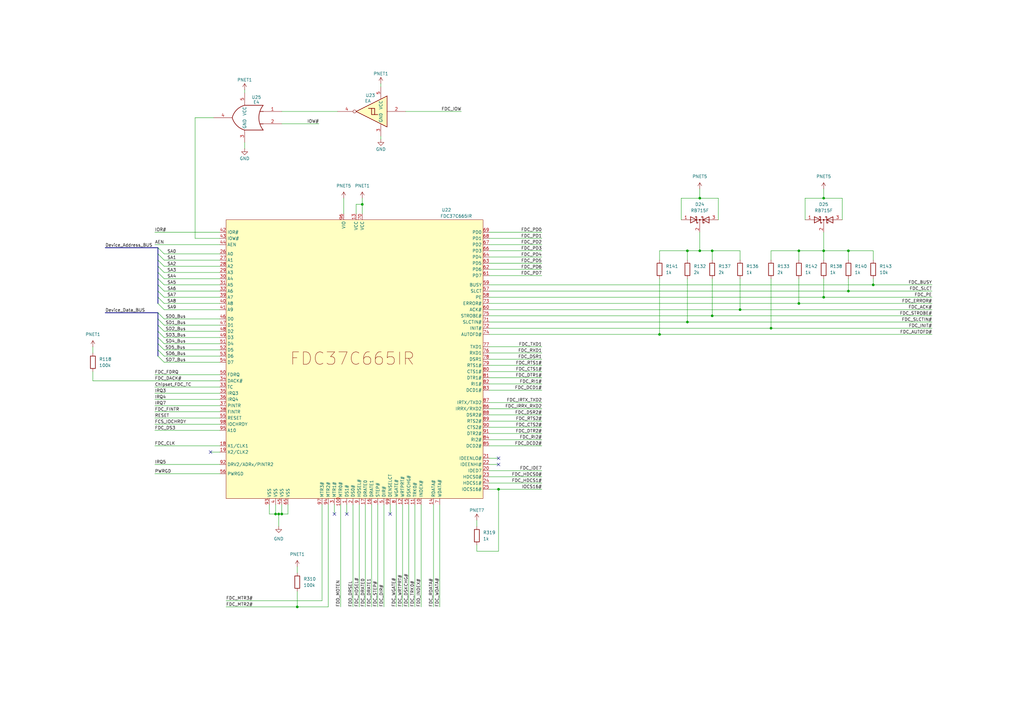
<source format=kicad_sch>
(kicad_sch (version 20250114) (generator "eeschema") (generator_version "9.0")
  (paper "A3")
  (title_block (title "PC110") (company "Recreated by: Ahmad Byagowi"))
  (lib_symbols
    (symbol "74xGxx:74AHC1G14"
      (property "Reference" "U" (at 0 3.81 0))
      (property "Value" "74AHC1G14" (at 0 -3.81 0))
      (symbol "74AHC1G14_0_1"
        (polyline (pts (xy -7.62 6.35) (xy -7.62 -6.35) (xy 5.08 0) (xy -7.62 6.35)) (stroke (width 0.254)) (fill (type background)))
      )
      (symbol "74AHC1G14_1_1"
        (polyline (pts (xy -3.81 -1.27) (xy -1.27 -1.27) (xy -1.27 1.27)) (stroke (width 0.254)))
        (polyline (pts (xy -2.54 -1.27) (xy -2.54 1.27) (xy 0 1.27)) (stroke (width 0.254)))
        (pin input line (at -15.24 0 0) (length 7.62) (name "~") (number "2"))
        (pin no_connect line (at -7.62 5.08 180) (length 5.08) (hide yes) (name "NC") (number "1"))
        (pin power_in line (at -5.08 10.16 270) (length 5.08) (name "VCC") (number "5"))
        (pin power_in line (at -5.08 -10.16 90) (length 5.08) (name "GND") (number "3"))
        (pin output inverted (at 12.7 0 180) (length 7.62) (name "~") (number "4"))
      )
    )
    (symbol "74xGxx:74AHC1G32"
      (property "Reference" "U" (at -2.54 3.81 0))
      (property "Value" "74AHC1G32" (at 0 -3.81 0))
      (symbol "74AHC1G32_0_1"
        (arc (start -7.62 5.08) (mid -5.838 0) (end -7.62 -5.08) (stroke (width 0.254)))
        (polyline (pts (xy -7.62 2.54) (xy -6.35 2.54)) (stroke (width 0.254)) (fill (type background)))
        (polyline (pts (xy -7.62 -2.54) (xy -6.35 -2.54)) (stroke (width 0.254)) (fill (type background)))
        (arc (start 5.08 0) (mid 3.202 -3.202) (end 0 -5.08) (stroke (width 0.254)))
        (arc (start 0 5.08) (mid 3.2271 3.2271) (end 5.08 0) (stroke (width 0.254)))
        (polyline (pts (xy 0 5.08) (xy -7.62 5.08)) (stroke (width 0.254)) (fill (type background)))
        (polyline (pts (xy 0 -5.08) (xy -7.62 -5.08)) (stroke (width 0.254)) (fill (type background)))
      )
      (symbol "74AHC1G32_1_1"
        (pin input line (at -15.24 2.54 0) (length 7.62) (name "~") (number "1"))
        (pin input line (at -15.24 -2.54 0) (length 7.62) (name "~") (number "2"))
        (pin power_in line (at 0 10.16 270) (length 5.08) (name "VCC") (number "5"))
        (pin power_in line (at 0 -10.16 90) (length 5.08) (name "GND") (number "3"))
        (pin output line (at 12.7 0 180) (length 7.62) (name "~") (number "4"))
      )
    )
    (symbol "Device:D_Schottky_Dual_CommonCathode_AKA" (pin_names (offset 0.762) (hide yes))
      (property "Reference" "D" (at 1.27 -2.54 0))
      (property "Value" "D_Schottky_Dual_CommonCathode_AKA" (at 0 2.54 0))
      (symbol "D_Schottky_Dual_CommonCathode_AKA_0_1"
        (polyline (pts (xy -3.81 1.27) (xy -1.27 0) (xy -3.81 -1.27) (xy -3.81 1.27) (xy -3.81 1.27) (xy -3.81 1.27)) (stroke (width 0.254)))
        (polyline (pts (xy -1.778 1.016) (xy -1.778 1.27) (xy -1.27 1.27) (xy -1.27 1.27) (xy -1.27 1.27)) (stroke (width 0.254)))
        (polyline (pts (xy -1.27 -1.27) (xy -1.27 1.27) (xy -1.27 1.27)) (stroke (width 0.254)))
        (polyline (pts (xy -1.27 -1.27) (xy -0.762 -1.27) (xy -0.762 -1.016) (xy -0.762 -1.016)) (stroke (width 0.254)))
        (polyline (pts (xy 0 0) (xy 0 -2.54)))
        (circle (center 0 0) (radius 0.254) (fill (type outline)))
        (polyline (pts (xy 1.27 1.27) (xy 0.762 1.27) (xy 0.762 1.016) (xy 0.762 1.016)) (stroke (width 0.254)))
        (polyline (pts (xy 1.27 -1.27) (xy 1.27 1.27) (xy 1.27 1.27)) (stroke (width 0.254)))
        (polyline (pts (xy 1.27 -1.27) (xy 1.778 -1.27) (xy 1.778 -1.016) (xy 1.778 -1.016)) (stroke (width 0.254)))
        (polyline (pts (xy 3.81 0) (xy -3.81 0)))
        (polyline (pts (xy 3.81 -1.27) (xy 1.27 0) (xy 3.81 1.27) (xy 3.81 -1.27) (xy 3.81 -1.27) (xy 3.81 -1.27)) (stroke (width 0.254)))
        (pin passive line (at -7.62 0 0) (length 3.81) (name "A") (number "1"))
        (pin passive line (at 0 -5.08 90) (length 2.54) (name "K") (number "2"))
        (pin passive line (at 7.62 0 180) (length 3.81) (name "A") (number "3"))
      )
    )
    (symbol "Device:R" (pin_numbers (hide yes)) (pin_names (offset 0))
      (property "Reference" "R" (at 2.032 0 90))
      (property "Value" "R" (at 0 0 90))
      (symbol "R_0_1"
        (rectangle (start -1.016 -2.54) (end 1.016 2.54) (stroke (width 0.254)))
      )
      (symbol "R_1_1"
        (pin passive line (at 0 3.81 270) (length 1.27) (name "~") (number "1"))
        (pin passive line (at 0 -3.81 90) (length 1.27) (name "~") (number "2"))
      )
    )
    (symbol "PC110:FDC37C665IR"
      (property "Reference" "U" (at 10.414 -54.864 0))
      (symbol "FDC37C665IR_1_1"
        (rectangle (start -52.07 57.15) (end 53.34 -57.15) (fill (type color) (color 255 255 194 1)))
        (text "FDC37C665IR" (at -0.254 0.254 0) (effects (font (size 5.08 5.08))))
        (pin input line (at -54.61 52.07 0) (length 2.54) (name "IOR#") (number "42"))
        (pin input line (at -54.61 49.53 0) (length 2.54) (name "IOW#") (number "43"))
        (pin input line (at -54.61 46.99 0) (length 2.54) (name "AEN") (number "44"))
        (pin input line (at -54.61 43.18 0) (length 2.54) (name "A0") (number "26"))
        (pin input line (at -54.61 40.64 0) (length 2.54) (name "A1") (number "27"))
        (pin input line (at -54.61 38.1 0) (length 2.54) (name "A2") (number "28"))
        (pin input line (at -54.61 35.56 0) (length 2.54) (name "A3") (number "29"))
        (pin input line (at -54.61 33.02 0) (length 2.54) (name "A4") (number "30"))
        (pin input line (at -54.61 30.48 0) (length 2.54) (name "A5") (number "31"))
        (pin input line (at -54.61 27.94 0) (length 2.54) (name "A6") (number "32"))
        (pin input line (at -54.61 25.4 0) (length 2.54) (name "A7") (number "39"))
        (pin input line (at -54.61 22.86 0) (length 2.54) (name "A8") (number "40"))
        (pin input line (at -54.61 20.32 0) (length 2.54) (name "A9") (number "41"))
        (pin bidirectional line (at -54.61 16.51 0) (length 2.54) (name "D0") (number "46"))
        (pin bidirectional line (at -54.61 13.97 0) (length 2.54) (name "D1") (number "47"))
        (pin bidirectional line (at -54.61 11.43 0) (length 2.54) (name "D2") (number "48"))
        (pin bidirectional line (at -54.61 8.89 0) (length 2.54) (name "D3") (number "49"))
        (pin bidirectional line (at -54.61 6.35 0) (length 2.54) (name "D4") (number "51"))
        (pin bidirectional line (at -54.61 3.81 0) (length 2.54) (name "D5") (number "52"))
        (pin bidirectional line (at -54.61 1.27 0) (length 2.54) (name "D6") (number "53"))
        (pin bidirectional line (at -54.61 -1.27 0) (length 2.54) (name "D7") (number "54"))
        (pin output line (at -54.61 -6.35 0) (length 2.54) (name "FDRQ") (number "50"))
        (pin input line (at -54.61 -8.89 0) (length 2.54) (name "DACK#") (number "34"))
        (pin input line (at -54.61 -11.43 0) (length 2.54) (name "TC") (number "33"))
        (pin output line (at -54.61 -13.97 0) (length 2.54) (name "IRQ3") (number "35"))
        (pin output line (at -54.61 -16.51 0) (length 2.54) (name "IRQ4") (number "36"))
        (pin output line (at -54.61 -19.05 0) (length 2.54) (name "PINTR") (number "37"))
        (pin output line (at -54.61 -21.59 0) (length 2.54) (name "FINTR") (number "38"))
        (pin input line (at -54.61 -24.13 0) (length 2.54) (name "RESET") (number "55"))
        (pin output line (at -54.61 -26.67 0) (length 2.54) (name "IOCHRDY") (number "98"))
        (pin input line (at -54.61 -29.21 0) (length 2.54) (name "A10") (number "95"))
        (pin input line (at -54.61 -35.56 0) (length 2.54) (name "X1/CLK1") (number "18"))
        (pin output line (at -54.61 -38.1 0) (length 2.54) (name "X2/CLK2") (number "19"))
        (pin bidirectional line (at -54.61 -43.18 0) (length 2.54) (name "DRV2/ADRx/PINTR2") (number "92"))
        (pin input line (at -54.61 -46.99 0) (length 2.54) (name "PWRGD") (number "56"))
        (pin power_in line (at -34.29 -59.69 90) (length 2.54) (name "VSS") (number "93"))
        (pin power_in line (at -31.75 -59.69 90) (length 2.54) (name "VSS") (number "4"))
        (pin power_in line (at -29.21 -59.69 90) (length 2.54) (name "VSS") (number "45"))
        (pin power_in line (at -26.67 -59.69 90) (length 2.54) (name "VSS") (number "65"))
        (pin output line (at -12.7 -59.69 90) (length 2.54) (name "MTR3#") (number "97"))
        (pin output line (at -10.16 -59.69 90) (length 2.54) (name "MTR2#") (number "94"))
        (pin output line (at -7.62 -59.69 90) (length 2.54) (name "MTR1#") (number "3"))
        (pin output line (at -5.08 -59.69 90) (length 2.54) (name "MTR0#") (number "100"))
        (pin power_in line (at -3.81 59.69 270) (length 2.54) (name "VIO") (number "96"))
        (pin output line (at -2.54 -59.69 90) (length 2.54) (name "DS1#") (number "1"))
        (pin output line (at 0 -59.69 90) (length 2.54) (name "DS0#") (number "2"))
        (pin power_in line (at 1.27 59.69 270) (length 2.54) (name "VCC") (number "13"))
        (pin output line (at 2.54 -59.69 90) (length 2.54) (name "HDSEL#") (number "9"))
        (pin power_in line (at 3.81 59.69 270) (length 2.54) (name "VCC") (number "70"))
        (pin output line (at 5.08 -59.69 90) (length 2.54) (name "DRATE0") (number "17"))
        (pin output line (at 7.62 -59.69 90) (length 2.54) (name "DRATE1") (number "16"))
        (pin output line (at 10.16 -59.69 90) (length 2.54) (name "STEP#") (number "6"))
        (pin output line (at 12.7 -59.69 90) (length 2.54) (name "DIR#") (number "5"))
        (pin output line (at 15.24 -59.69 90) (length 2.54) (name "DENSELCT") (number "99"))
        (pin output line (at 17.78 -59.69 90) (length 2.54) (name "WGATE#") (number "8"))
        (pin input line (at 20.32 -59.69 90) (length 2.54) (name "WRTPRT#") (number "12"))
        (pin input line (at 22.86 -59.69 90) (length 2.54) (name "DSKCHG#") (number "15"))
        (pin input line (at 25.4 -59.69 90) (length 2.54) (name "TRK0#") (number "11"))
        (pin input line (at 27.94 -59.69 90) (length 2.54) (name "INDEX#") (number "10"))
        (pin input line (at 33.02 -59.69 90) (length 2.54) (name "RDATA#") (number "14"))
        (pin output line (at 35.56 -59.69 90) (length 2.54) (name "WDATA#") (number "7"))
        (pin bidirectional line (at 55.88 52.07 180) (length 2.54) (name "PD0") (number "69"))
        (pin bidirectional line (at 55.88 49.53 180) (length 2.54) (name "PD1") (number "68"))
        (pin bidirectional line (at 55.88 46.99 180) (length 2.54) (name "PD2") (number "67"))
        (pin bidirectional line (at 55.88 44.45 180) (length 2.54) (name "PD3") (number "66"))
        (pin bidirectional line (at 55.88 41.91 180) (length 2.54) (name "PD4") (number "64"))
        (pin bidirectional line (at 55.88 39.37 180) (length 2.54) (name "PD5") (number "63"))
        (pin bidirectional line (at 55.88 36.83 180) (length 2.54) (name "PD6") (number "62"))
        (pin bidirectional line (at 55.88 34.29 180) (length 2.54) (name "PD7") (number "61"))
        (pin input line (at 55.88 30.48 180) (length 2.54) (name "BUSY") (number "59"))
        (pin input line (at 55.88 27.94 180) (length 2.54) (name "SLCT") (number "57"))
        (pin input line (at 55.88 25.4 180) (length 2.54) (name "PE") (number "58"))
        (pin input line (at 55.88 22.86 180) (length 2.54) (name "ERROR#") (number "73"))
        (pin input line (at 55.88 20.32 180) (length 2.54) (name "ACK#") (number "60"))
        (pin output line (at 55.88 17.78 180) (length 2.54) (name "STROBE#") (number "75"))
        (pin output line (at 55.88 15.24 180) (length 2.54) (name "SLCTIN#") (number "71"))
        (pin output line (at 55.88 12.7 180) (length 2.54) (name "INIT#") (number "72"))
        (pin output line (at 55.88 10.16 180) (length 2.54) (name "AUTOFD#") (number "74"))
        (pin output line (at 55.88 5.08 180) (length 2.54) (name "TXD1") (number "77"))
        (pin input line (at 55.88 2.54 180) (length 2.54) (name "RXD1") (number "76"))
        (pin input line (at 55.88 0 180) (length 2.54) (name "DSR1") (number "78"))
        (pin output line (at 55.88 -2.54 180) (length 2.54) (name "RTS1#") (number "79"))
        (pin input line (at 55.88 -5.08 180) (length 2.54) (name "CTS1#") (number "80"))
        (pin output line (at 55.88 -7.62 180) (length 2.54) (name "DTR1#") (number "81"))
        (pin input line (at 55.88 -10.16 180) (length 2.54) (name "RI1#") (number "82"))
        (pin input line (at 55.88 -12.7 180) (length 2.54) (name "DCD1#") (number "83"))
        (pin output line (at 55.88 -17.78 180) (length 2.54) (name "IRTX/TXD2") (number "87"))
        (pin input line (at 55.88 -20.32 180) (length 2.54) (name "IRRX/RXD2") (number "86"))
        (pin input line (at 55.88 -22.86 180) (length 2.54) (name "DSR2#") (number "88"))
        (pin output line (at 55.88 -25.4 180) (length 2.54) (name "RTS2#") (number "89"))
        (pin input line (at 55.88 -27.94 180) (length 2.54) (name "CTS2#") (number "90"))
        (pin output line (at 55.88 -30.48 180) (length 2.54) (name "DTR2#") (number "91"))
        (pin input line (at 55.88 -33.02 180) (length 2.54) (name "RI2#") (number "84"))
        (pin input line (at 55.88 -35.56 180) (length 2.54) (name "DCD2#") (number "85"))
        (pin output line (at 55.88 -40.64 180) (length 2.54) (name "IDEENLO#") (number "21"))
        (pin output line (at 55.88 -43.18 180) (length 2.54) (name "IDEENHI#") (number "22"))
        (pin bidirectional line (at 55.88 -45.72 180) (length 2.54) (name "IDED7") (number "20"))
        (pin output line (at 55.88 -48.26 180) (length 2.54) (name "HDCS0#") (number "23"))
        (pin output line (at 55.88 -50.8 180) (length 2.54) (name "HDCS1#") (number "24"))
        (pin input line (at 55.88 -53.34 180) (length 2.54) (name "IOCS16#") (number "25"))
      )
    )
    (symbol "power:GND" (power) (pin_numbers (hide yes)) (pin_names (offset 0) (hide yes))
      (property "Value" "GND" (at 0 -3.81 0))
      (symbol "GND_0_1"
        (polyline (pts (xy 0 0) (xy 0 -1.27) (xy 1.27 -1.27) (xy 0 -2.54) (xy -1.27 -1.27) (xy 0 -1.27)))
      )
      (symbol "GND_1_1"
        (pin power_in line (at 0 0 270) (length 0) (name "~") (number "1"))
      )
    )
    (symbol "power:VCC" (power) (pin_numbers (hide yes)) (pin_names (offset 0) (hide yes))
      (property "Value" "VCC" (at 0 3.556 0))
      (symbol "VCC_0_1"
        (polyline (pts (xy -0.762 1.27) (xy 0 2.54)))
        (polyline (pts (xy 0 2.54) (xy 0.762 1.27)))
        (polyline (pts (xy 0 0) (xy 0 2.54)))
      )
      (symbol "VCC_1_1"
        (pin power_in line (at 0 0 90) (length 0) (name "~") (number "1"))
      )
    )
  )
  (junction (at 115.57 210.82))
  (junction (at 327.66 102.87))
  (junction (at 347.98 102.87))
  (junction (at 281.94 132.08))
  (junction (at 316.23 134.62))
  (junction (at 287.02 81.28))
  (junction (at 204.47 200.66))
  (junction (at 292.1 129.54))
  (junction (at 292.1 102.87))
  (junction (at 337.82 121.92))
  (junction (at 327.66 124.46))
  (junction (at 114.3 210.82))
  (junction (at 148.59 83.82))
  (junction (at 337.82 102.87))
  (junction (at 287.02 102.87))
  (junction (at 121.92 248.92))
  (junction (at 113.03 210.82))
  (junction (at 303.53 127))
  (junction (at 281.94 102.87))
  (junction (at 337.82 81.28))
  (junction (at 347.98 119.38))
  (junction (at 358.14 116.84))
  (junction (at 270.51 137.16))
  (no_connect (at 86.36 185.42))
  (no_connect (at 204.47 190.5))
  (no_connect (at 142.24 210.82))
  (no_connect (at 137.16 210.82))
  (no_connect (at 204.47 187.96))
  (no_connect (at 160.02 210.82))
  (bus_entry (at 64.77 135.89) (size 2.54 2.54))
  (bus_entry (at 64.77 101.6) (size 2.54 2.54))
  (bus_entry (at 64.77 124.46) (size 2.54 2.54))
  (bus_entry (at 64.77 106.68) (size 2.54 2.54))
  (bus_entry (at 64.77 140.97) (size 2.54 2.54))
  (bus_entry (at 64.77 116.84) (size 2.54 2.54))
  (bus_entry (at 64.77 121.92) (size 2.54 2.54))
  (bus_entry (at 64.77 138.43) (size 2.54 2.54))
  (bus_entry (at 64.77 143.51) (size 2.54 2.54))
  (bus_entry (at 64.77 114.3) (size 2.54 2.54))
  (bus_entry (at 64.77 133.35) (size 2.54 2.54))
  (bus_entry (at 64.77 104.14) (size 2.54 2.54))
  (bus_entry (at 64.77 146.05) (size 2.54 2.54))
  (bus_entry (at 64.77 119.38) (size 2.54 2.54))
  (bus_entry (at 64.77 109.22) (size 2.54 2.54))
  (bus_entry (at 64.77 130.81) (size 2.54 2.54))
  (bus_entry (at 64.77 111.76) (size 2.54 2.54))
  (bus_entry (at 64.77 128.27) (size 2.54 2.54))
  (wire (pts (xy 200.66 177.8) (xy 222.25 177.8)))
  (bus (pts (xy 64.77 135.89) (xy 64.77 138.43)))
  (wire (pts (xy 200.66 116.84) (xy 358.14 116.84)))
  (wire (pts (xy 100.33 60.96) (xy 100.33 58.42)))
  (wire (pts (xy 200.66 180.34) (xy 222.25 180.34)))
  (wire (pts (xy 358.14 102.87) (xy 358.14 106.68)))
  (wire (pts (xy 200.66 193.04) (xy 222.25 193.04)))
  (wire (pts (xy 200.66 198.12) (xy 222.25 198.12)))
  (bus (pts (xy 64.77 114.3) (xy 64.77 111.76)))
  (bus (pts (xy 64.77 124.46) (xy 64.77 121.92)))
  (wire (pts (xy 200.66 154.94) (xy 222.25 154.94)))
  (wire (pts (xy 63.5 161.29) (xy 90.17 161.29)))
  (wire (pts (xy 200.66 190.5) (xy 204.47 190.5)))
  (wire (pts (xy 121.92 242.57) (xy 121.92 248.92)))
  (wire (pts (xy 67.31 106.68) (xy 90.17 106.68)))
  (wire (pts (xy 67.31 109.22) (xy 90.17 109.22)))
  (wire (pts (xy 294.64 81.28) (xy 287.02 81.28)))
  (wire (pts (xy 67.31 138.43) (xy 90.17 138.43)))
  (wire (pts (xy 330.2 81.28) (xy 330.2 90.17)))
  (wire (pts (xy 63.5 190.5) (xy 90.17 190.5)))
  (bus (pts (xy 64.77 111.76) (xy 64.77 109.22)))
  (wire (pts (xy 147.32 207.01) (xy 147.32 248.92)))
  (wire (pts (xy 67.31 114.3) (xy 90.17 114.3)))
  (bus (pts (xy 64.77 121.92) (xy 64.77 119.38)))
  (bus (pts (xy 64.77 138.43) (xy 64.77 140.97)))
  (wire (pts (xy 110.49 210.82) (xy 110.49 207.01)))
  (wire (pts (xy 287.02 95.25) (xy 287.02 102.87)))
  (wire (pts (xy 67.31 130.81) (xy 90.17 130.81)))
  (wire (pts (xy 337.82 121.92) (xy 382.27 121.92)))
  (wire (pts (xy 200.66 175.26) (xy 222.25 175.26)))
  (wire (pts (xy 114.3 210.82) (xy 114.3 215.9)))
  (wire (pts (xy 63.5 173.99) (xy 90.17 173.99)))
  (wire (pts (xy 63.5 171.45) (xy 90.17 171.45)))
  (bus (pts (xy 64.77 140.97) (xy 64.77 143.51)))
  (wire (pts (xy 200.66 142.24) (xy 222.25 142.24)))
  (wire (pts (xy 337.82 81.28) (xy 330.2 81.28)))
  (wire (pts (xy 303.53 114.3) (xy 303.53 127)))
  (wire (pts (xy 118.11 210.82) (xy 115.57 210.82)))
  (wire (pts (xy 132.08 207.01) (xy 132.08 246.38)))
  (wire (pts (xy 200.66 100.33) (xy 222.25 100.33)))
  (wire (pts (xy 67.31 124.46) (xy 90.17 124.46)))
  (wire (pts (xy 167.64 207.01) (xy 167.64 248.92)))
  (wire (pts (xy 316.23 102.87) (xy 327.66 102.87)))
  (wire (pts (xy 200.66 147.32) (xy 222.25 147.32)))
  (wire (pts (xy 292.1 114.3) (xy 292.1 129.54)))
  (wire (pts (xy 337.82 77.47) (xy 337.82 81.28)))
  (wire (pts (xy 148.59 81.28) (xy 148.59 83.82)))
  (wire (pts (xy 67.31 116.84) (xy 90.17 116.84)))
  (wire (pts (xy 115.57 50.8) (xy 130.81 50.8)))
  (wire (pts (xy 347.98 114.3) (xy 347.98 119.38)))
  (wire (pts (xy 345.44 90.17) (xy 345.44 81.28)))
  (wire (pts (xy 63.5 194.31) (xy 90.17 194.31)))
  (wire (pts (xy 67.31 143.51) (xy 90.17 143.51)))
  (wire (pts (xy 337.82 102.87) (xy 347.98 102.87)))
  (wire (pts (xy 200.66 167.64) (xy 222.25 167.64)))
  (wire (pts (xy 140.97 81.28) (xy 140.97 87.63)))
  (wire (pts (xy 281.94 114.3) (xy 281.94 132.08)))
  (wire (pts (xy 142.24 207.01) (xy 142.24 210.82)))
  (wire (pts (xy 67.31 104.14) (xy 90.17 104.14)))
  (wire (pts (xy 200.66 172.72) (xy 222.25 172.72)))
  (wire (pts (xy 166.37 45.72) (xy 189.23 45.72)))
  (wire (pts (xy 347.98 119.38) (xy 382.27 119.38)))
  (wire (pts (xy 200.66 97.79) (xy 222.25 97.79)))
  (bus (pts (xy 64.77 109.22) (xy 64.77 106.68)))
  (wire (pts (xy 200.66 134.62) (xy 316.23 134.62)))
  (wire (pts (xy 200.66 124.46) (xy 327.66 124.46)))
  (wire (pts (xy 358.14 114.3) (xy 358.14 116.84)))
  (wire (pts (xy 287.02 81.28) (xy 279.4 81.28)))
  (wire (pts (xy 148.59 83.82) (xy 148.59 87.63)))
  (wire (pts (xy 92.71 246.38) (xy 132.08 246.38)))
  (wire (pts (xy 327.66 102.87) (xy 327.66 106.68)))
  (wire (pts (xy 38.1 142.24) (xy 38.1 144.78)))
  (wire (pts (xy 270.51 102.87) (xy 281.94 102.87)))
  (wire (pts (xy 200.66 129.54) (xy 292.1 129.54)))
  (bus (pts (xy 64.77 128.27) (xy 64.77 130.81)))
  (wire (pts (xy 134.62 207.01) (xy 134.62 248.92)))
  (wire (pts (xy 281.94 102.87) (xy 281.94 106.68)))
  (wire (pts (xy 67.31 121.92) (xy 90.17 121.92)))
  (wire (pts (xy 63.5 163.83) (xy 90.17 163.83)))
  (wire (pts (xy 200.66 170.18) (xy 222.25 170.18)))
  (wire (pts (xy 200.66 95.25) (xy 222.25 95.25)))
  (wire (pts (xy 156.21 57.15) (xy 156.21 55.88)))
  (wire (pts (xy 38.1 156.21) (xy 90.17 156.21)))
  (wire (pts (xy 67.31 135.89) (xy 90.17 135.89)))
  (wire (pts (xy 67.31 140.97) (xy 90.17 140.97)))
  (wire (pts (xy 67.31 146.05) (xy 90.17 146.05)))
  (bus (pts (xy 64.77 143.51) (xy 64.77 146.05)))
  (wire (pts (xy 149.86 207.01) (xy 149.86 248.92)))
  (bus (pts (xy 64.77 130.81) (xy 64.77 133.35)))
  (wire (pts (xy 316.23 106.68) (xy 316.23 102.87)))
  (wire (pts (xy 156.21 34.29) (xy 156.21 35.56)))
  (wire (pts (xy 200.66 110.49) (xy 222.25 110.49)))
  (wire (pts (xy 270.51 106.68) (xy 270.51 102.87)))
  (wire (pts (xy 115.57 210.82) (xy 114.3 210.82)))
  (wire (pts (xy 200.66 127) (xy 303.53 127)))
  (bus (pts (xy 64.77 116.84) (xy 64.77 114.3)))
  (wire (pts (xy 345.44 81.28) (xy 337.82 81.28)))
  (wire (pts (xy 118.11 207.01) (xy 118.11 210.82)))
  (wire (pts (xy 200.66 152.4) (xy 222.25 152.4)))
  (wire (pts (xy 270.51 114.3) (xy 270.51 137.16)))
  (wire (pts (xy 67.31 127) (xy 90.17 127)))
  (wire (pts (xy 200.66 200.66) (xy 204.47 200.66)))
  (wire (pts (xy 200.66 132.08) (xy 281.94 132.08)))
  (wire (pts (xy 63.5 158.75) (xy 90.17 158.75)))
  (wire (pts (xy 200.66 102.87) (xy 222.25 102.87)))
  (wire (pts (xy 38.1 152.4) (xy 38.1 156.21)))
  (wire (pts (xy 160.02 207.01) (xy 160.02 210.82)))
  (wire (pts (xy 327.66 124.46) (xy 382.27 124.46)))
  (wire (pts (xy 200.66 137.16) (xy 270.51 137.16)))
  (wire (pts (xy 63.5 95.25) (xy 90.17 95.25)))
  (wire (pts (xy 204.47 200.66) (xy 222.25 200.66)))
  (wire (pts (xy 337.82 114.3) (xy 337.82 121.92)))
  (wire (pts (xy 200.66 121.92) (xy 337.82 121.92)))
  (wire (pts (xy 200.66 195.58) (xy 222.25 195.58)))
  (wire (pts (xy 80.01 48.26) (xy 87.63 48.26)))
  (wire (pts (xy 200.66 105.41) (xy 222.25 105.41)))
  (wire (pts (xy 63.5 153.67) (xy 90.17 153.67)))
  (wire (pts (xy 80.01 97.79) (xy 90.17 97.79)))
  (wire (pts (xy 281.94 132.08) (xy 382.27 132.08)))
  (bus (pts (xy 64.77 133.35) (xy 64.77 135.89)))
  (wire (pts (xy 347.98 102.87) (xy 347.98 106.68)))
  (wire (pts (xy 63.5 166.37) (xy 90.17 166.37)))
  (wire (pts (xy 92.71 248.92) (xy 121.92 248.92)))
  (wire (pts (xy 86.36 185.42) (xy 90.17 185.42)))
  (wire (pts (xy 316.23 114.3) (xy 316.23 134.62)))
  (wire (pts (xy 316.23 134.62) (xy 382.27 134.62)))
  (wire (pts (xy 292.1 102.87) (xy 292.1 106.68)))
  (wire (pts (xy 200.66 182.88) (xy 222.25 182.88)))
  (wire (pts (xy 200.66 107.95) (xy 222.25 107.95)))
  (bus (pts (xy 64.77 104.14) (xy 64.77 101.6)))
  (wire (pts (xy 152.4 207.01) (xy 152.4 248.92)))
  (wire (pts (xy 327.66 102.87) (xy 337.82 102.87)))
  (wire (pts (xy 115.57 45.72) (xy 138.43 45.72)))
  (wire (pts (xy 162.56 207.01) (xy 162.56 248.92)))
  (wire (pts (xy 172.72 207.01) (xy 172.72 248.92)))
  (wire (pts (xy 347.98 102.87) (xy 358.14 102.87)))
  (wire (pts (xy 200.66 160.02) (xy 222.25 160.02)))
  (wire (pts (xy 281.94 102.87) (xy 287.02 102.87)))
  (wire (pts (xy 292.1 102.87) (xy 303.53 102.87)))
  (wire (pts (xy 63.5 100.33) (xy 90.17 100.33)))
  (wire (pts (xy 67.31 133.35) (xy 90.17 133.35)))
  (wire (pts (xy 80.01 48.26) (xy 80.01 97.79)))
  (wire (pts (xy 170.18 207.01) (xy 170.18 248.92)))
  (wire (pts (xy 121.92 232.41) (xy 121.92 234.95)))
  (wire (pts (xy 137.16 207.01) (xy 137.16 210.82)))
  (wire (pts (xy 200.66 157.48) (xy 222.25 157.48)))
  (wire (pts (xy 287.02 102.87) (xy 292.1 102.87)))
  (wire (pts (xy 195.58 226.06) (xy 204.47 226.06)))
  (wire (pts (xy 67.31 148.59) (xy 90.17 148.59)))
  (wire (pts (xy 337.82 102.87) (xy 337.82 106.68)))
  (wire (pts (xy 114.3 210.82) (xy 113.03 210.82)))
  (wire (pts (xy 195.58 223.52) (xy 195.58 226.06)))
  (bus (pts (xy 43.18 101.6) (xy 64.77 101.6)))
  (wire (pts (xy 63.5 176.53) (xy 90.17 176.53)))
  (wire (pts (xy 270.51 137.16) (xy 382.27 137.16)))
  (wire (pts (xy 200.66 165.1) (xy 222.25 165.1)))
  (wire (pts (xy 157.48 207.01) (xy 157.48 248.92)))
  (wire (pts (xy 294.64 90.17) (xy 294.64 81.28)))
  (wire (pts (xy 144.78 207.01) (xy 144.78 248.92)))
  (wire (pts (xy 146.05 83.82) (xy 148.59 83.82)))
  (wire (pts (xy 146.05 87.63) (xy 146.05 83.82)))
  (wire (pts (xy 67.31 119.38) (xy 90.17 119.38)))
  (wire (pts (xy 200.66 187.96) (xy 204.47 187.96)))
  (wire (pts (xy 292.1 129.54) (xy 382.27 129.54)))
  (wire (pts (xy 139.7 207.01) (xy 139.7 248.92)))
  (wire (pts (xy 63.5 168.91) (xy 90.17 168.91)))
  (wire (pts (xy 165.1 207.01) (xy 165.1 248.92)))
  (wire (pts (xy 113.03 210.82) (xy 110.49 210.82)))
  (wire (pts (xy 200.66 144.78) (xy 222.25 144.78)))
  (bus (pts (xy 64.77 119.38) (xy 64.77 116.84)))
  (wire (pts (xy 200.66 113.03) (xy 222.25 113.03)))
  (wire (pts (xy 100.33 36.83) (xy 100.33 38.1)))
  (bus (pts (xy 64.77 106.68) (xy 64.77 104.14)))
  (wire (pts (xy 154.94 207.01) (xy 154.94 248.92)))
  (wire (pts (xy 279.4 81.28) (xy 279.4 90.17)))
  (wire (pts (xy 180.34 207.01) (xy 180.34 248.92)))
  (wire (pts (xy 204.47 226.06) (xy 204.47 200.66)))
  (wire (pts (xy 121.92 248.92) (xy 134.62 248.92)))
  (wire (pts (xy 337.82 95.25) (xy 337.82 102.87)))
  (wire (pts (xy 177.8 207.01) (xy 177.8 248.92)))
  (wire (pts (xy 200.66 119.38) (xy 347.98 119.38)))
  (wire (pts (xy 195.58 213.36) (xy 195.58 215.9)))
  (wire (pts (xy 303.53 102.87) (xy 303.53 106.68)))
  (wire (pts (xy 115.57 207.01) (xy 115.57 210.82)))
  (wire (pts (xy 358.14 116.84) (xy 382.27 116.84)))
  (wire (pts (xy 200.66 149.86) (xy 222.25 149.86)))
  (bus (pts (xy 43.18 128.27) (xy 64.77 128.27)))
  (wire (pts (xy 287.02 77.47) (xy 287.02 81.28)))
  (wire (pts (xy 303.53 127) (xy 382.27 127)))
  (wire (pts (xy 113.03 207.01) (xy 113.03 210.82)))
  (wire (pts (xy 67.31 111.76) (xy 90.17 111.76)))
  (wire (pts (xy 63.5 182.88) (xy 90.17 182.88)))
  (wire (pts (xy 327.66 114.3) (xy 327.66 124.46)))
  (label "FDC_ACK#" (at 382.27 127 180))
  (label "FDC_AUTOFD#" (at 382.27 137.16 180))
  (label "FDC_DCD1#" (at 222.25 160.02 180))
  (label "FDD_MOTEN" (at 139.7 248.92 90))
  (label "FDC_FINTR" (at 63.5 168.91 0))
  (label "AEN" (at 63.5 100.33 0))
  (label "FDC_PD5" (at 222.25 107.95 180))
  (label "FDC_PE" (at 382.27 121.92 180))
  (label "IRQ5" (at 63.5 190.5 0))
  (label "FDC_HDCS1#" (at 222.25 198.12 180))
  (label "FDC_TRK0#" (at 170.18 248.92 90))
  (label "FDC_WRTPRT#" (at 165.1 248.92 90))
  (label "FDC_CTS2#" (at 222.25 175.26 180))
  (label "FCS_IOCHRDY" (at 63.5 173.99 0))
  (label "FDC_DSR1" (at 222.25 147.32 180))
  (label "FDC_PD4" (at 222.25 105.41 180))
  (label "IOCS16#" (at 222.25 200.66 180))
  (label "SA8" (at 68.58 124.46 0))
  (label "FDC_DRATE1" (at 152.4 248.92 90))
  (label "SD2_Bus" (at 76.2 135.89 180))
  (label "FDC_STROBE#" (at 382.27 129.54 180))
  (label "IRQ4" (at 63.5 163.83 0))
  (label "FDC_PD3" (at 222.25 102.87 180))
  (label "Device_Data_BUS" (at 43.18 128.27 0))
  (label "SD0_Bus" (at 76.2 130.81 180))
  (label "FDC_FDRQ" (at 63.5 153.67 0))
  (label "FDC_IDE7" (at 222.25 193.04 180))
  (label "SA4" (at 68.58 114.3 0))
  (label "FDC_DTR1#" (at 222.25 154.94 180))
  (label "FDC_MTR3#" (at 92.71 246.38 0))
  (label "FDC_IOW" (at 189.23 45.72 180))
  (label "FDC_RI2#" (at 222.25 180.34 180))
  (label "SD7_Bus" (at 76.2 148.59 180))
  (label "SD4_Bus" (at 76.2 140.97 180))
  (label "FDC_RI1#" (at 222.25 157.48 180))
  (label "FDC_PD0" (at 222.25 95.25 180))
  (label "FDC_DTR2#" (at 222.25 177.8 180))
  (label "FDC_DCD2#" (at 222.25 182.88 180))
  (label "FDC_TXD1" (at 222.25 142.24 180))
  (label "FDC_RTS2#" (at 222.25 172.72 180))
  (label "IOW#" (at 130.81 50.8 180))
  (label "IRQ3" (at 63.5 161.29 0))
  (label "SD5_Bus" (at 76.0351 143.51 180))
  (label "SD1_Bus" (at 76.2 133.35 180))
  (label "FDD_INDEX#" (at 172.72 248.92 90))
  (label "FDC_DSKCHG#" (at 167.64 248.92 90))
  (label "FDC_SLCTIN#" (at 382.27 132.08 180))
  (label "SD3_Bus" (at 76.2 138.43 180))
  (label "FDC_INIT#" (at 382.27 134.62 180))
  (label "FDC_IRTX_TXD2" (at 222.25 165.1 180))
  (label "FDC_RTS1#" (at 222.25 149.86 180))
  (label "FDC_HDCS0#" (at 222.25 195.58 180))
  (label "Chipset_FDC_TC" (at 63.5 158.75 0))
  (label "FDC_RDATA#" (at 177.8 248.92 90))
  (label "SA3" (at 68.58 111.76 0))
  (label "RESET" (at 63.5 171.45 0))
  (label "PWRGD" (at 63.5 194.31 0))
  (label "SA9" (at 68.58 127 0))
  (label "FDC_IRRX_RXD2" (at 222.25 167.64 180))
  (label "SA2" (at 68.58 109.22 0))
  (label "FDC_CTS1#" (at 222.25 152.4 180))
  (label "FDC_PD6" (at 222.25 110.49 180))
  (label "FDC_WGATE#" (at 162.56 248.92 90))
  (label "FDC_BUSY" (at 382.27 116.84 180))
  (label "SD6_Bus" (at 76.2 146.05 180))
  (label "SA0" (at 68.58 104.14 0))
  (label "FDC_PD7" (at 222.25 113.03 180))
  (label "SA1" (at 68.58 106.68 0))
  (label "SA7" (at 68.58 121.92 0))
  (label "SA5" (at 68.58 116.84 0))
  (label "IOR#" (at 63.5 95.25 0))
  (label "FDC_STEP#" (at 154.94 248.92 90))
  (label "SA6" (at 68.58 119.38 0))
  (label "FDC_PD2" (at 222.25 100.33 180))
  (label "FDC_HDSEL#" (at 147.32 248.92 90))
  (label "FDC_DACK#" (at 63.5 156.21 0))
  (label "IRQ7" (at 63.5 166.37 0))
  (label "FDC_DSR2#" (at 222.25 170.18 180))
  (label "FDC_DIR#" (at 157.48 248.92 90))
  (label "FDC_ERROR#" (at 382.27 124.46 180))
  (label "Device_Address_BUS" (at 43.18 101.6 0))
  (label "FDC_CLK" (at 63.5 182.88 0))
  (label "FDC_PD1" (at 222.25 97.79 180))
  (label "FDC_SLCT" (at 382.27 119.38 180))
  (label "FDD_DRSEL" (at 144.78 248.92 90))
  (label "FDC_DS3" (at 63.5 176.53 0))
  (label "FDC_WDATA#" (at 180.34 248.92 90))
  (label "FDC_DRATE0" (at 149.86 248.92 90))
  (label "FDC_MTR2#" (at 92.71 248.92 0))
  (label "FDC_RXD1" (at 222.25 144.78 180))
  (symbol (lib_id "74xGxx:74AHC1G32") (at 100.33 48.26 0) (mirror y) (unit 1)
    (property "Reference" "U25" (at 105.156 39.878 0))
    (property "Value" "E4" (at 105.156 41.91 0))
    (property "Datasheet" "http://www.ti.com/lit/sg/scyt129e/scyt129e.pdf" (effects (hide yes)))
    (property "Description" "Single OR Gate, Low-Voltage CMOS" (effects (hide yes)))
  )
  (symbol (lib_id "Device:R") (at 38.1 148.59 0) (unit 1)
    (property "Reference" "R118" (at 40.64 147.3199 0) (effects (justify left)))
    (property "Value" "100k" (at 40.64 149.8599 0) (effects (justify left)))
    (property "Description" "Resistor" (effects (hide yes)))
  )
  (symbol (lib_id "Device:R") (at 121.92 238.76 0) (unit 1)
    (property "Reference" "R310" (at 124.46 237.4899 0) (effects (justify left)))
    (property "Value" "100k" (at 124.46 240.0299 0) (effects (justify left)))
    (property "Description" "Resistor" (effects (hide yes)))
  )
  (symbol (lib_id "Device:R") (at 337.82 110.49 0) (unit 1)
    (property "Reference" "R138" (at 340.36 109.2199 0) (effects (justify left)))
    (property "Value" "1k" (at 340.36 111.7599 0) (effects (justify left)))
    (property "Description" "Resistor" (effects (hide yes)))
  )
  (symbol (lib_id "Device:R") (at 358.14 110.49 0) (unit 1)
    (property "Reference" "R143" (at 360.68 109.2199 0) (effects (justify left)))
    (property "Value" "10k" (at 360.68 111.7599 0) (effects (justify left)))
    (property "Description" "Resistor" (effects (hide yes)))
  )
  (symbol (lib_id "Device:D_Schottky_Dual_CommonCathode_AKA") (at 337.82 90.17 0) (unit 1)
    (property "Reference" "D25" (at 337.82 83.82 0))
    (property "Value" "RB715F" (at 337.82 86.36 0))
    (property "Description" "Dual Schottky diode, common cathode on pin 2" (effects (hide yes)))
    (property "Topmark" "3D" (effects (hide yes)))
  )
  (symbol (lib_id "Device:D_Schottky_Dual_CommonCathode_AKA") (at 287.02 90.17 0) (unit 1)
    (property "Reference" "D24" (at 287.02 83.82 0))
    (property "Value" "RB715F" (at 287.02 86.36 0))
    (property "Description" "Dual Schottky diode, common cathode on pin 2" (effects (hide yes)))
    (property "Topmark" "3D" (effects (hide yes)))
  )
  (symbol (lib_id "power:VCC") (at 287.02 77.47 0) (unit 1)
    (property "Reference" "#PWR0226" (effects (hide yes)))
    (property "Value" "PNET5" (at 287.02 72.39 0))
    (property "Description" "Power symbol creates a global label with name \"VCC\"" (effects (hide yes)))
  )
  (symbol (lib_id "Device:R") (at 327.66 110.49 0) (unit 1)
    (property "Reference" "R142" (at 330.2 109.2199 0) (effects (justify left)))
    (property "Value" "1k" (at 330.2 111.7599 0) (effects (justify left)))
    (property "Description" "Resistor" (effects (hide yes)))
  )
  (symbol (lib_id "Device:R") (at 292.1 110.49 0) (unit 1)
    (property "Reference" "R137" (at 294.64 109.2199 0) (effects (justify left)))
    (property "Value" "2k" (at 294.64 111.7599 0) (effects (justify left)))
    (property "Description" "Resistor" (effects (hide yes)))
  )
  (symbol (lib_id "power:VCC") (at 121.92 232.41 0) (unit 1)
    (property "Reference" "#PWR0231" (effects (hide yes)))
    (property "Value" "PNET1" (at 121.92 227.33 0))
    (property "Description" "Power symbol creates a global label with name \"VCC\"" (effects (hide yes)))
  )
  (symbol (lib_id "power:GND") (at 114.3 215.9 0) (unit 1)
    (property "Reference" "#PWR0230" (effects (hide yes)))
    (property "Value" "GND" (at 114.3 220.98 0))
    (property "Description" "Power symbol creates a global label with name \"GND\" , ground" (effects (hide yes)))
  )
  (symbol (lib_id "power:VCC") (at 156.21 34.29 0) (unit 1)
    (property "Reference" "#PWR0364" (effects (hide yes)))
    (property "Value" "PNET1" (at 156.21 30.226 0))
    (property "Description" "Power symbol creates a global label with name \"VCC\"" (effects (hide yes)))
  )
  (symbol (lib_id "Device:R") (at 303.53 110.49 0) (unit 1)
    (property "Reference" "R136" (at 306.07 109.2199 0) (effects (justify left)))
    (property "Value" "1k" (at 306.07 111.7599 0) (effects (justify left)))
    (property "Description" "Resistor" (effects (hide yes)))
  )
  (symbol (lib_id "power:VCC") (at 38.1 142.24 0) (unit 1)
    (property "Reference" "#PWR0358" (effects (hide yes)))
    (property "Value" "PNET1" (at 38.1 137.16 0))
    (property "Description" "Power symbol creates a global label with name \"VCC\"" (effects (hide yes)))
  )
  (symbol (lib_id "Device:R") (at 270.51 110.49 0) (unit 1)
    (property "Reference" "R141" (at 273.05 109.2199 0) (effects (justify left)))
    (property "Value" "1k" (at 273.05 111.7599 0) (effects (justify left)))
    (property "Description" "Resistor" (effects (hide yes)))
  )
  (symbol (lib_id "Device:R") (at 195.58 219.71 0) (unit 1)
    (property "Reference" "R319" (at 198.12 218.4399 0) (effects (justify left)))
    (property "Value" "1k" (at 198.12 220.9799 0) (effects (justify left)))
    (property "Description" "Resistor" (effects (hide yes)))
  )
  (symbol (lib_id "power:VCC") (at 148.59 81.28 0) (unit 1)
    (property "Reference" "#PWR0183" (effects (hide yes)))
    (property "Value" "PNET1" (at 148.59 76.2 0))
    (property "Description" "Power symbol creates a global label with name \"VCC\"" (effects (hide yes)))
  )
  (symbol (lib_id "PC110:FDC37C665IR") (at 144.78 147.32 0) (unit 1)
    (property "Reference" "U22" (at 181.102 86.106 0) (effects (justify left)))
    (property "Value" "FDC37C665IR" (at 180.594 88.646 0) (effects (justify left)))
  )
  (symbol (lib_id "power:VCC") (at 195.58 213.36 0) (unit 1)
    (property "Reference" "#PWR0371" (effects (hide yes)))
    (property "Value" "PNET7" (at 195.58 209.296 0))
    (property "Description" "Power symbol creates a global label with name \"VCC\"" (effects (hide yes)))
  )
  (symbol (lib_id "power:VCC") (at 337.82 77.47 0) (unit 1)
    (property "Reference" "#PWR0225" (effects (hide yes)))
    (property "Value" "PNET5" (at 337.82 72.39 0))
    (property "Description" "Power symbol creates a global label with name \"VCC\"" (effects (hide yes)))
  )
  (symbol (lib_id "Device:R") (at 316.23 110.49 0) (unit 1)
    (property "Reference" "R133" (at 318.77 109.2199 0) (effects (justify left)))
    (property "Value" "2k" (at 318.77 111.7599 0) (effects (justify left)))
    (property "Description" "Resistor" (effects (hide yes)))
  )
  (symbol (lib_id "Device:R") (at 347.98 110.49 0) (unit 1)
    (property "Reference" "R140" (at 350.52 109.2199 0) (effects (justify left)))
    (property "Value" "1k" (at 350.52 111.7599 0) (effects (justify left)))
    (property "Description" "Resistor" (effects (hide yes)))
  )
  (symbol (lib_id "power:VCC") (at 140.97 81.28 0) (unit 1)
    (property "Reference" "#PWR0182" (effects (hide yes)))
    (property "Value" "PNET5" (at 140.97 76.2 0))
    (property "Description" "Power symbol creates a global label with name \"VCC\"" (effects (hide yes)))
  )
  (symbol (lib_id "74xGxx:74AHC1G14") (at 151.13 45.72 0) (mirror y) (unit 1)
    (property "Reference" "U23" (at 151.892 39.116 0))
    (property "Value" "EA" (at 150.876 41.402 0))
    (property "Datasheet" "https://www.ti.com/lit/ds/symlink/sn74lvc1g14.pdf" (effects (hide yes)))
    (property "Description" "Single Schmitt NOT Gate, Low-Voltage CMOS" (effects (hide yes)))
  )
  (symbol (lib_id "power:VCC") (at 100.33 36.83 0) (unit 1)
    (property "Reference" "#PWR0361" (effects (hide yes)))
    (property "Value" "PNET1" (at 100.33 32.766 0))
    (property "Description" "Power symbol creates a global label with name \"VCC\"" (effects (hide yes)))
  )
  (symbol (lib_id "Device:R") (at 281.94 110.49 0) (unit 1)
    (property "Reference" "R132" (at 284.48 109.2199 0) (effects (justify left)))
    (property "Value" "2k" (at 284.48 111.7599 0) (effects (justify left)))
    (property "Description" "Resistor" (effects (hide yes)))
  )
  (symbol (lib_id "power:GND") (at 100.33 60.96 0) (unit 1)
    (property "Reference" "#PWR0362" (effects (hide yes)))
    (property "Value" "GND" (at 100.33 65.024 0))
    (property "Description" "Power symbol creates a global label with name \"GND\" , ground" (effects (hide yes)))
  )
  (symbol (lib_id "power:GND") (at 156.21 57.15 0) (unit 1)
    (property "Reference" "#PWR0363" (effects (hide yes)))
    (property "Value" "GND" (at 156.21 61.214 0))
    (property "Description" "Power symbol creates a global label with name \"GND\" , ground" (effects (hide yes)))
  )
)
</source>
